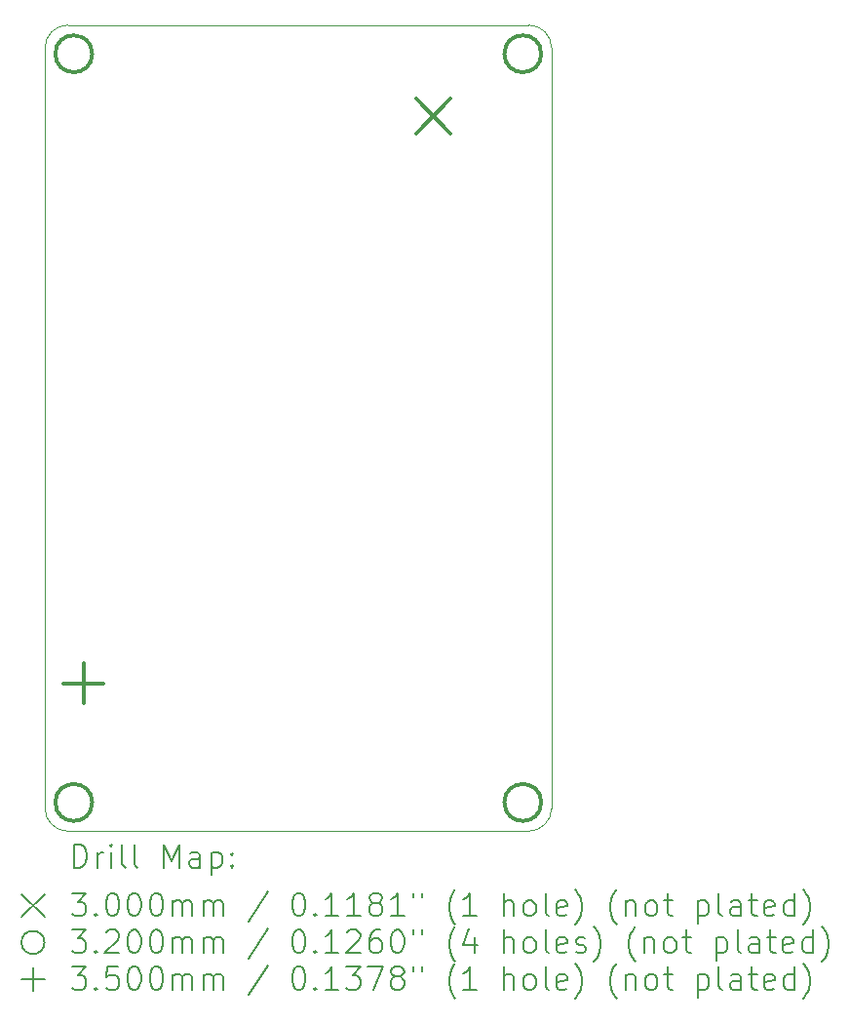
<source format=gbr>
%FSLAX45Y45*%
G04 Gerber Fmt 4.5, Leading zero omitted, Abs format (unit mm)*
G04 Created by KiCad (PCBNEW (6.0.0)) date 2022-05-09 08:38:40*
%MOMM*%
%LPD*%
G01*
G04 APERTURE LIST*
%TA.AperFunction,Profile*%
%ADD10C,0.100000*%
%TD*%
%ADD11C,0.200000*%
%ADD12C,0.300000*%
%ADD13C,0.320000*%
%ADD14C,0.350000*%
G04 APERTURE END LIST*
D10*
X18700000Y-3500000D02*
G75*
G03*
X18500000Y-3300000I-200000J0D01*
G01*
X14300000Y-10100000D02*
X14300000Y-3500000D01*
X14500000Y-3300000D02*
X18500000Y-3300000D01*
X18500000Y-10300000D02*
X14500000Y-10300000D01*
X14500000Y-3300000D02*
G75*
G03*
X14300000Y-3500000I0J-200000D01*
G01*
X18700000Y-3500000D02*
X18700000Y-10100000D01*
X18500000Y-10300000D02*
G75*
G03*
X18700000Y-10100000I0J200000D01*
G01*
X14300000Y-10100000D02*
G75*
G03*
X14500000Y-10300000I200000J0D01*
G01*
D11*
D12*
X17523600Y-3942500D02*
X17823600Y-4242500D01*
X17823600Y-3942500D02*
X17523600Y-4242500D01*
D13*
X14710000Y-3550000D02*
G75*
G03*
X14710000Y-3550000I-160000J0D01*
G01*
X14710000Y-10050000D02*
G75*
G03*
X14710000Y-10050000I-160000J0D01*
G01*
X18610000Y-3550000D02*
G75*
G03*
X18610000Y-3550000I-160000J0D01*
G01*
X18610000Y-10050000D02*
G75*
G03*
X18610000Y-10050000I-160000J0D01*
G01*
D14*
X14634000Y-8842000D02*
X14634000Y-9192000D01*
X14459000Y-9017000D02*
X14809000Y-9017000D01*
D11*
X14552619Y-10615476D02*
X14552619Y-10415476D01*
X14600238Y-10415476D01*
X14628809Y-10425000D01*
X14647857Y-10444048D01*
X14657381Y-10463095D01*
X14666905Y-10501190D01*
X14666905Y-10529762D01*
X14657381Y-10567857D01*
X14647857Y-10586905D01*
X14628809Y-10605952D01*
X14600238Y-10615476D01*
X14552619Y-10615476D01*
X14752619Y-10615476D02*
X14752619Y-10482143D01*
X14752619Y-10520238D02*
X14762143Y-10501190D01*
X14771667Y-10491667D01*
X14790714Y-10482143D01*
X14809762Y-10482143D01*
X14876428Y-10615476D02*
X14876428Y-10482143D01*
X14876428Y-10415476D02*
X14866905Y-10425000D01*
X14876428Y-10434524D01*
X14885952Y-10425000D01*
X14876428Y-10415476D01*
X14876428Y-10434524D01*
X15000238Y-10615476D02*
X14981190Y-10605952D01*
X14971667Y-10586905D01*
X14971667Y-10415476D01*
X15105000Y-10615476D02*
X15085952Y-10605952D01*
X15076428Y-10586905D01*
X15076428Y-10415476D01*
X15333571Y-10615476D02*
X15333571Y-10415476D01*
X15400238Y-10558333D01*
X15466905Y-10415476D01*
X15466905Y-10615476D01*
X15647857Y-10615476D02*
X15647857Y-10510714D01*
X15638333Y-10491667D01*
X15619286Y-10482143D01*
X15581190Y-10482143D01*
X15562143Y-10491667D01*
X15647857Y-10605952D02*
X15628809Y-10615476D01*
X15581190Y-10615476D01*
X15562143Y-10605952D01*
X15552619Y-10586905D01*
X15552619Y-10567857D01*
X15562143Y-10548810D01*
X15581190Y-10539286D01*
X15628809Y-10539286D01*
X15647857Y-10529762D01*
X15743095Y-10482143D02*
X15743095Y-10682143D01*
X15743095Y-10491667D02*
X15762143Y-10482143D01*
X15800238Y-10482143D01*
X15819286Y-10491667D01*
X15828809Y-10501190D01*
X15838333Y-10520238D01*
X15838333Y-10577381D01*
X15828809Y-10596429D01*
X15819286Y-10605952D01*
X15800238Y-10615476D01*
X15762143Y-10615476D01*
X15743095Y-10605952D01*
X15924048Y-10596429D02*
X15933571Y-10605952D01*
X15924048Y-10615476D01*
X15914524Y-10605952D01*
X15924048Y-10596429D01*
X15924048Y-10615476D01*
X15924048Y-10491667D02*
X15933571Y-10501190D01*
X15924048Y-10510714D01*
X15914524Y-10501190D01*
X15924048Y-10491667D01*
X15924048Y-10510714D01*
X14095000Y-10845000D02*
X14295000Y-11045000D01*
X14295000Y-10845000D02*
X14095000Y-11045000D01*
X14533571Y-10835476D02*
X14657381Y-10835476D01*
X14590714Y-10911667D01*
X14619286Y-10911667D01*
X14638333Y-10921190D01*
X14647857Y-10930714D01*
X14657381Y-10949762D01*
X14657381Y-10997381D01*
X14647857Y-11016429D01*
X14638333Y-11025952D01*
X14619286Y-11035476D01*
X14562143Y-11035476D01*
X14543095Y-11025952D01*
X14533571Y-11016429D01*
X14743095Y-11016429D02*
X14752619Y-11025952D01*
X14743095Y-11035476D01*
X14733571Y-11025952D01*
X14743095Y-11016429D01*
X14743095Y-11035476D01*
X14876428Y-10835476D02*
X14895476Y-10835476D01*
X14914524Y-10845000D01*
X14924048Y-10854524D01*
X14933571Y-10873571D01*
X14943095Y-10911667D01*
X14943095Y-10959286D01*
X14933571Y-10997381D01*
X14924048Y-11016429D01*
X14914524Y-11025952D01*
X14895476Y-11035476D01*
X14876428Y-11035476D01*
X14857381Y-11025952D01*
X14847857Y-11016429D01*
X14838333Y-10997381D01*
X14828809Y-10959286D01*
X14828809Y-10911667D01*
X14838333Y-10873571D01*
X14847857Y-10854524D01*
X14857381Y-10845000D01*
X14876428Y-10835476D01*
X15066905Y-10835476D02*
X15085952Y-10835476D01*
X15105000Y-10845000D01*
X15114524Y-10854524D01*
X15124048Y-10873571D01*
X15133571Y-10911667D01*
X15133571Y-10959286D01*
X15124048Y-10997381D01*
X15114524Y-11016429D01*
X15105000Y-11025952D01*
X15085952Y-11035476D01*
X15066905Y-11035476D01*
X15047857Y-11025952D01*
X15038333Y-11016429D01*
X15028809Y-10997381D01*
X15019286Y-10959286D01*
X15019286Y-10911667D01*
X15028809Y-10873571D01*
X15038333Y-10854524D01*
X15047857Y-10845000D01*
X15066905Y-10835476D01*
X15257381Y-10835476D02*
X15276428Y-10835476D01*
X15295476Y-10845000D01*
X15305000Y-10854524D01*
X15314524Y-10873571D01*
X15324048Y-10911667D01*
X15324048Y-10959286D01*
X15314524Y-10997381D01*
X15305000Y-11016429D01*
X15295476Y-11025952D01*
X15276428Y-11035476D01*
X15257381Y-11035476D01*
X15238333Y-11025952D01*
X15228809Y-11016429D01*
X15219286Y-10997381D01*
X15209762Y-10959286D01*
X15209762Y-10911667D01*
X15219286Y-10873571D01*
X15228809Y-10854524D01*
X15238333Y-10845000D01*
X15257381Y-10835476D01*
X15409762Y-11035476D02*
X15409762Y-10902143D01*
X15409762Y-10921190D02*
X15419286Y-10911667D01*
X15438333Y-10902143D01*
X15466905Y-10902143D01*
X15485952Y-10911667D01*
X15495476Y-10930714D01*
X15495476Y-11035476D01*
X15495476Y-10930714D02*
X15505000Y-10911667D01*
X15524048Y-10902143D01*
X15552619Y-10902143D01*
X15571667Y-10911667D01*
X15581190Y-10930714D01*
X15581190Y-11035476D01*
X15676428Y-11035476D02*
X15676428Y-10902143D01*
X15676428Y-10921190D02*
X15685952Y-10911667D01*
X15705000Y-10902143D01*
X15733571Y-10902143D01*
X15752619Y-10911667D01*
X15762143Y-10930714D01*
X15762143Y-11035476D01*
X15762143Y-10930714D02*
X15771667Y-10911667D01*
X15790714Y-10902143D01*
X15819286Y-10902143D01*
X15838333Y-10911667D01*
X15847857Y-10930714D01*
X15847857Y-11035476D01*
X16238333Y-10825952D02*
X16066905Y-11083095D01*
X16495476Y-10835476D02*
X16514524Y-10835476D01*
X16533571Y-10845000D01*
X16543095Y-10854524D01*
X16552619Y-10873571D01*
X16562143Y-10911667D01*
X16562143Y-10959286D01*
X16552619Y-10997381D01*
X16543095Y-11016429D01*
X16533571Y-11025952D01*
X16514524Y-11035476D01*
X16495476Y-11035476D01*
X16476428Y-11025952D01*
X16466905Y-11016429D01*
X16457381Y-10997381D01*
X16447857Y-10959286D01*
X16447857Y-10911667D01*
X16457381Y-10873571D01*
X16466905Y-10854524D01*
X16476428Y-10845000D01*
X16495476Y-10835476D01*
X16647857Y-11016429D02*
X16657381Y-11025952D01*
X16647857Y-11035476D01*
X16638333Y-11025952D01*
X16647857Y-11016429D01*
X16647857Y-11035476D01*
X16847857Y-11035476D02*
X16733571Y-11035476D01*
X16790714Y-11035476D02*
X16790714Y-10835476D01*
X16771667Y-10864048D01*
X16752619Y-10883095D01*
X16733571Y-10892619D01*
X17038333Y-11035476D02*
X16924048Y-11035476D01*
X16981190Y-11035476D02*
X16981190Y-10835476D01*
X16962143Y-10864048D01*
X16943095Y-10883095D01*
X16924048Y-10892619D01*
X17152619Y-10921190D02*
X17133571Y-10911667D01*
X17124048Y-10902143D01*
X17114524Y-10883095D01*
X17114524Y-10873571D01*
X17124048Y-10854524D01*
X17133571Y-10845000D01*
X17152619Y-10835476D01*
X17190714Y-10835476D01*
X17209762Y-10845000D01*
X17219286Y-10854524D01*
X17228810Y-10873571D01*
X17228810Y-10883095D01*
X17219286Y-10902143D01*
X17209762Y-10911667D01*
X17190714Y-10921190D01*
X17152619Y-10921190D01*
X17133571Y-10930714D01*
X17124048Y-10940238D01*
X17114524Y-10959286D01*
X17114524Y-10997381D01*
X17124048Y-11016429D01*
X17133571Y-11025952D01*
X17152619Y-11035476D01*
X17190714Y-11035476D01*
X17209762Y-11025952D01*
X17219286Y-11016429D01*
X17228810Y-10997381D01*
X17228810Y-10959286D01*
X17219286Y-10940238D01*
X17209762Y-10930714D01*
X17190714Y-10921190D01*
X17419286Y-11035476D02*
X17305000Y-11035476D01*
X17362143Y-11035476D02*
X17362143Y-10835476D01*
X17343095Y-10864048D01*
X17324048Y-10883095D01*
X17305000Y-10892619D01*
X17495476Y-10835476D02*
X17495476Y-10873571D01*
X17571667Y-10835476D02*
X17571667Y-10873571D01*
X17866905Y-11111667D02*
X17857381Y-11102143D01*
X17838333Y-11073571D01*
X17828810Y-11054524D01*
X17819286Y-11025952D01*
X17809762Y-10978333D01*
X17809762Y-10940238D01*
X17819286Y-10892619D01*
X17828810Y-10864048D01*
X17838333Y-10845000D01*
X17857381Y-10816429D01*
X17866905Y-10806905D01*
X18047857Y-11035476D02*
X17933571Y-11035476D01*
X17990714Y-11035476D02*
X17990714Y-10835476D01*
X17971667Y-10864048D01*
X17952619Y-10883095D01*
X17933571Y-10892619D01*
X18285952Y-11035476D02*
X18285952Y-10835476D01*
X18371667Y-11035476D02*
X18371667Y-10930714D01*
X18362143Y-10911667D01*
X18343095Y-10902143D01*
X18314524Y-10902143D01*
X18295476Y-10911667D01*
X18285952Y-10921190D01*
X18495476Y-11035476D02*
X18476429Y-11025952D01*
X18466905Y-11016429D01*
X18457381Y-10997381D01*
X18457381Y-10940238D01*
X18466905Y-10921190D01*
X18476429Y-10911667D01*
X18495476Y-10902143D01*
X18524048Y-10902143D01*
X18543095Y-10911667D01*
X18552619Y-10921190D01*
X18562143Y-10940238D01*
X18562143Y-10997381D01*
X18552619Y-11016429D01*
X18543095Y-11025952D01*
X18524048Y-11035476D01*
X18495476Y-11035476D01*
X18676429Y-11035476D02*
X18657381Y-11025952D01*
X18647857Y-11006905D01*
X18647857Y-10835476D01*
X18828810Y-11025952D02*
X18809762Y-11035476D01*
X18771667Y-11035476D01*
X18752619Y-11025952D01*
X18743095Y-11006905D01*
X18743095Y-10930714D01*
X18752619Y-10911667D01*
X18771667Y-10902143D01*
X18809762Y-10902143D01*
X18828810Y-10911667D01*
X18838333Y-10930714D01*
X18838333Y-10949762D01*
X18743095Y-10968810D01*
X18905000Y-11111667D02*
X18914524Y-11102143D01*
X18933571Y-11073571D01*
X18943095Y-11054524D01*
X18952619Y-11025952D01*
X18962143Y-10978333D01*
X18962143Y-10940238D01*
X18952619Y-10892619D01*
X18943095Y-10864048D01*
X18933571Y-10845000D01*
X18914524Y-10816429D01*
X18905000Y-10806905D01*
X19266905Y-11111667D02*
X19257381Y-11102143D01*
X19238333Y-11073571D01*
X19228810Y-11054524D01*
X19219286Y-11025952D01*
X19209762Y-10978333D01*
X19209762Y-10940238D01*
X19219286Y-10892619D01*
X19228810Y-10864048D01*
X19238333Y-10845000D01*
X19257381Y-10816429D01*
X19266905Y-10806905D01*
X19343095Y-10902143D02*
X19343095Y-11035476D01*
X19343095Y-10921190D02*
X19352619Y-10911667D01*
X19371667Y-10902143D01*
X19400238Y-10902143D01*
X19419286Y-10911667D01*
X19428810Y-10930714D01*
X19428810Y-11035476D01*
X19552619Y-11035476D02*
X19533571Y-11025952D01*
X19524048Y-11016429D01*
X19514524Y-10997381D01*
X19514524Y-10940238D01*
X19524048Y-10921190D01*
X19533571Y-10911667D01*
X19552619Y-10902143D01*
X19581190Y-10902143D01*
X19600238Y-10911667D01*
X19609762Y-10921190D01*
X19619286Y-10940238D01*
X19619286Y-10997381D01*
X19609762Y-11016429D01*
X19600238Y-11025952D01*
X19581190Y-11035476D01*
X19552619Y-11035476D01*
X19676429Y-10902143D02*
X19752619Y-10902143D01*
X19705000Y-10835476D02*
X19705000Y-11006905D01*
X19714524Y-11025952D01*
X19733571Y-11035476D01*
X19752619Y-11035476D01*
X19971667Y-10902143D02*
X19971667Y-11102143D01*
X19971667Y-10911667D02*
X19990714Y-10902143D01*
X20028810Y-10902143D01*
X20047857Y-10911667D01*
X20057381Y-10921190D01*
X20066905Y-10940238D01*
X20066905Y-10997381D01*
X20057381Y-11016429D01*
X20047857Y-11025952D01*
X20028810Y-11035476D01*
X19990714Y-11035476D01*
X19971667Y-11025952D01*
X20181190Y-11035476D02*
X20162143Y-11025952D01*
X20152619Y-11006905D01*
X20152619Y-10835476D01*
X20343095Y-11035476D02*
X20343095Y-10930714D01*
X20333571Y-10911667D01*
X20314524Y-10902143D01*
X20276429Y-10902143D01*
X20257381Y-10911667D01*
X20343095Y-11025952D02*
X20324048Y-11035476D01*
X20276429Y-11035476D01*
X20257381Y-11025952D01*
X20247857Y-11006905D01*
X20247857Y-10987857D01*
X20257381Y-10968810D01*
X20276429Y-10959286D01*
X20324048Y-10959286D01*
X20343095Y-10949762D01*
X20409762Y-10902143D02*
X20485952Y-10902143D01*
X20438333Y-10835476D02*
X20438333Y-11006905D01*
X20447857Y-11025952D01*
X20466905Y-11035476D01*
X20485952Y-11035476D01*
X20628810Y-11025952D02*
X20609762Y-11035476D01*
X20571667Y-11035476D01*
X20552619Y-11025952D01*
X20543095Y-11006905D01*
X20543095Y-10930714D01*
X20552619Y-10911667D01*
X20571667Y-10902143D01*
X20609762Y-10902143D01*
X20628810Y-10911667D01*
X20638333Y-10930714D01*
X20638333Y-10949762D01*
X20543095Y-10968810D01*
X20809762Y-11035476D02*
X20809762Y-10835476D01*
X20809762Y-11025952D02*
X20790714Y-11035476D01*
X20752619Y-11035476D01*
X20733571Y-11025952D01*
X20724048Y-11016429D01*
X20714524Y-10997381D01*
X20714524Y-10940238D01*
X20724048Y-10921190D01*
X20733571Y-10911667D01*
X20752619Y-10902143D01*
X20790714Y-10902143D01*
X20809762Y-10911667D01*
X20885952Y-11111667D02*
X20895476Y-11102143D01*
X20914524Y-11073571D01*
X20924048Y-11054524D01*
X20933571Y-11025952D01*
X20943095Y-10978333D01*
X20943095Y-10940238D01*
X20933571Y-10892619D01*
X20924048Y-10864048D01*
X20914524Y-10845000D01*
X20895476Y-10816429D01*
X20885952Y-10806905D01*
X14295000Y-11265000D02*
G75*
G03*
X14295000Y-11265000I-100000J0D01*
G01*
X14533571Y-11155476D02*
X14657381Y-11155476D01*
X14590714Y-11231667D01*
X14619286Y-11231667D01*
X14638333Y-11241190D01*
X14647857Y-11250714D01*
X14657381Y-11269762D01*
X14657381Y-11317381D01*
X14647857Y-11336428D01*
X14638333Y-11345952D01*
X14619286Y-11355476D01*
X14562143Y-11355476D01*
X14543095Y-11345952D01*
X14533571Y-11336428D01*
X14743095Y-11336428D02*
X14752619Y-11345952D01*
X14743095Y-11355476D01*
X14733571Y-11345952D01*
X14743095Y-11336428D01*
X14743095Y-11355476D01*
X14828809Y-11174524D02*
X14838333Y-11165000D01*
X14857381Y-11155476D01*
X14905000Y-11155476D01*
X14924048Y-11165000D01*
X14933571Y-11174524D01*
X14943095Y-11193571D01*
X14943095Y-11212619D01*
X14933571Y-11241190D01*
X14819286Y-11355476D01*
X14943095Y-11355476D01*
X15066905Y-11155476D02*
X15085952Y-11155476D01*
X15105000Y-11165000D01*
X15114524Y-11174524D01*
X15124048Y-11193571D01*
X15133571Y-11231667D01*
X15133571Y-11279286D01*
X15124048Y-11317381D01*
X15114524Y-11336428D01*
X15105000Y-11345952D01*
X15085952Y-11355476D01*
X15066905Y-11355476D01*
X15047857Y-11345952D01*
X15038333Y-11336428D01*
X15028809Y-11317381D01*
X15019286Y-11279286D01*
X15019286Y-11231667D01*
X15028809Y-11193571D01*
X15038333Y-11174524D01*
X15047857Y-11165000D01*
X15066905Y-11155476D01*
X15257381Y-11155476D02*
X15276428Y-11155476D01*
X15295476Y-11165000D01*
X15305000Y-11174524D01*
X15314524Y-11193571D01*
X15324048Y-11231667D01*
X15324048Y-11279286D01*
X15314524Y-11317381D01*
X15305000Y-11336428D01*
X15295476Y-11345952D01*
X15276428Y-11355476D01*
X15257381Y-11355476D01*
X15238333Y-11345952D01*
X15228809Y-11336428D01*
X15219286Y-11317381D01*
X15209762Y-11279286D01*
X15209762Y-11231667D01*
X15219286Y-11193571D01*
X15228809Y-11174524D01*
X15238333Y-11165000D01*
X15257381Y-11155476D01*
X15409762Y-11355476D02*
X15409762Y-11222143D01*
X15409762Y-11241190D02*
X15419286Y-11231667D01*
X15438333Y-11222143D01*
X15466905Y-11222143D01*
X15485952Y-11231667D01*
X15495476Y-11250714D01*
X15495476Y-11355476D01*
X15495476Y-11250714D02*
X15505000Y-11231667D01*
X15524048Y-11222143D01*
X15552619Y-11222143D01*
X15571667Y-11231667D01*
X15581190Y-11250714D01*
X15581190Y-11355476D01*
X15676428Y-11355476D02*
X15676428Y-11222143D01*
X15676428Y-11241190D02*
X15685952Y-11231667D01*
X15705000Y-11222143D01*
X15733571Y-11222143D01*
X15752619Y-11231667D01*
X15762143Y-11250714D01*
X15762143Y-11355476D01*
X15762143Y-11250714D02*
X15771667Y-11231667D01*
X15790714Y-11222143D01*
X15819286Y-11222143D01*
X15838333Y-11231667D01*
X15847857Y-11250714D01*
X15847857Y-11355476D01*
X16238333Y-11145952D02*
X16066905Y-11403095D01*
X16495476Y-11155476D02*
X16514524Y-11155476D01*
X16533571Y-11165000D01*
X16543095Y-11174524D01*
X16552619Y-11193571D01*
X16562143Y-11231667D01*
X16562143Y-11279286D01*
X16552619Y-11317381D01*
X16543095Y-11336428D01*
X16533571Y-11345952D01*
X16514524Y-11355476D01*
X16495476Y-11355476D01*
X16476428Y-11345952D01*
X16466905Y-11336428D01*
X16457381Y-11317381D01*
X16447857Y-11279286D01*
X16447857Y-11231667D01*
X16457381Y-11193571D01*
X16466905Y-11174524D01*
X16476428Y-11165000D01*
X16495476Y-11155476D01*
X16647857Y-11336428D02*
X16657381Y-11345952D01*
X16647857Y-11355476D01*
X16638333Y-11345952D01*
X16647857Y-11336428D01*
X16647857Y-11355476D01*
X16847857Y-11355476D02*
X16733571Y-11355476D01*
X16790714Y-11355476D02*
X16790714Y-11155476D01*
X16771667Y-11184048D01*
X16752619Y-11203095D01*
X16733571Y-11212619D01*
X16924048Y-11174524D02*
X16933571Y-11165000D01*
X16952619Y-11155476D01*
X17000238Y-11155476D01*
X17019286Y-11165000D01*
X17028810Y-11174524D01*
X17038333Y-11193571D01*
X17038333Y-11212619D01*
X17028810Y-11241190D01*
X16914524Y-11355476D01*
X17038333Y-11355476D01*
X17209762Y-11155476D02*
X17171667Y-11155476D01*
X17152619Y-11165000D01*
X17143095Y-11174524D01*
X17124048Y-11203095D01*
X17114524Y-11241190D01*
X17114524Y-11317381D01*
X17124048Y-11336428D01*
X17133571Y-11345952D01*
X17152619Y-11355476D01*
X17190714Y-11355476D01*
X17209762Y-11345952D01*
X17219286Y-11336428D01*
X17228810Y-11317381D01*
X17228810Y-11269762D01*
X17219286Y-11250714D01*
X17209762Y-11241190D01*
X17190714Y-11231667D01*
X17152619Y-11231667D01*
X17133571Y-11241190D01*
X17124048Y-11250714D01*
X17114524Y-11269762D01*
X17352619Y-11155476D02*
X17371667Y-11155476D01*
X17390714Y-11165000D01*
X17400238Y-11174524D01*
X17409762Y-11193571D01*
X17419286Y-11231667D01*
X17419286Y-11279286D01*
X17409762Y-11317381D01*
X17400238Y-11336428D01*
X17390714Y-11345952D01*
X17371667Y-11355476D01*
X17352619Y-11355476D01*
X17333571Y-11345952D01*
X17324048Y-11336428D01*
X17314524Y-11317381D01*
X17305000Y-11279286D01*
X17305000Y-11231667D01*
X17314524Y-11193571D01*
X17324048Y-11174524D01*
X17333571Y-11165000D01*
X17352619Y-11155476D01*
X17495476Y-11155476D02*
X17495476Y-11193571D01*
X17571667Y-11155476D02*
X17571667Y-11193571D01*
X17866905Y-11431667D02*
X17857381Y-11422143D01*
X17838333Y-11393571D01*
X17828810Y-11374524D01*
X17819286Y-11345952D01*
X17809762Y-11298333D01*
X17809762Y-11260238D01*
X17819286Y-11212619D01*
X17828810Y-11184048D01*
X17838333Y-11165000D01*
X17857381Y-11136429D01*
X17866905Y-11126905D01*
X18028810Y-11222143D02*
X18028810Y-11355476D01*
X17981190Y-11145952D02*
X17933571Y-11288809D01*
X18057381Y-11288809D01*
X18285952Y-11355476D02*
X18285952Y-11155476D01*
X18371667Y-11355476D02*
X18371667Y-11250714D01*
X18362143Y-11231667D01*
X18343095Y-11222143D01*
X18314524Y-11222143D01*
X18295476Y-11231667D01*
X18285952Y-11241190D01*
X18495476Y-11355476D02*
X18476429Y-11345952D01*
X18466905Y-11336428D01*
X18457381Y-11317381D01*
X18457381Y-11260238D01*
X18466905Y-11241190D01*
X18476429Y-11231667D01*
X18495476Y-11222143D01*
X18524048Y-11222143D01*
X18543095Y-11231667D01*
X18552619Y-11241190D01*
X18562143Y-11260238D01*
X18562143Y-11317381D01*
X18552619Y-11336428D01*
X18543095Y-11345952D01*
X18524048Y-11355476D01*
X18495476Y-11355476D01*
X18676429Y-11355476D02*
X18657381Y-11345952D01*
X18647857Y-11326905D01*
X18647857Y-11155476D01*
X18828810Y-11345952D02*
X18809762Y-11355476D01*
X18771667Y-11355476D01*
X18752619Y-11345952D01*
X18743095Y-11326905D01*
X18743095Y-11250714D01*
X18752619Y-11231667D01*
X18771667Y-11222143D01*
X18809762Y-11222143D01*
X18828810Y-11231667D01*
X18838333Y-11250714D01*
X18838333Y-11269762D01*
X18743095Y-11288809D01*
X18914524Y-11345952D02*
X18933571Y-11355476D01*
X18971667Y-11355476D01*
X18990714Y-11345952D01*
X19000238Y-11326905D01*
X19000238Y-11317381D01*
X18990714Y-11298333D01*
X18971667Y-11288809D01*
X18943095Y-11288809D01*
X18924048Y-11279286D01*
X18914524Y-11260238D01*
X18914524Y-11250714D01*
X18924048Y-11231667D01*
X18943095Y-11222143D01*
X18971667Y-11222143D01*
X18990714Y-11231667D01*
X19066905Y-11431667D02*
X19076429Y-11422143D01*
X19095476Y-11393571D01*
X19105000Y-11374524D01*
X19114524Y-11345952D01*
X19124048Y-11298333D01*
X19124048Y-11260238D01*
X19114524Y-11212619D01*
X19105000Y-11184048D01*
X19095476Y-11165000D01*
X19076429Y-11136429D01*
X19066905Y-11126905D01*
X19428810Y-11431667D02*
X19419286Y-11422143D01*
X19400238Y-11393571D01*
X19390714Y-11374524D01*
X19381190Y-11345952D01*
X19371667Y-11298333D01*
X19371667Y-11260238D01*
X19381190Y-11212619D01*
X19390714Y-11184048D01*
X19400238Y-11165000D01*
X19419286Y-11136429D01*
X19428810Y-11126905D01*
X19505000Y-11222143D02*
X19505000Y-11355476D01*
X19505000Y-11241190D02*
X19514524Y-11231667D01*
X19533571Y-11222143D01*
X19562143Y-11222143D01*
X19581190Y-11231667D01*
X19590714Y-11250714D01*
X19590714Y-11355476D01*
X19714524Y-11355476D02*
X19695476Y-11345952D01*
X19685952Y-11336428D01*
X19676429Y-11317381D01*
X19676429Y-11260238D01*
X19685952Y-11241190D01*
X19695476Y-11231667D01*
X19714524Y-11222143D01*
X19743095Y-11222143D01*
X19762143Y-11231667D01*
X19771667Y-11241190D01*
X19781190Y-11260238D01*
X19781190Y-11317381D01*
X19771667Y-11336428D01*
X19762143Y-11345952D01*
X19743095Y-11355476D01*
X19714524Y-11355476D01*
X19838333Y-11222143D02*
X19914524Y-11222143D01*
X19866905Y-11155476D02*
X19866905Y-11326905D01*
X19876429Y-11345952D01*
X19895476Y-11355476D01*
X19914524Y-11355476D01*
X20133571Y-11222143D02*
X20133571Y-11422143D01*
X20133571Y-11231667D02*
X20152619Y-11222143D01*
X20190714Y-11222143D01*
X20209762Y-11231667D01*
X20219286Y-11241190D01*
X20228810Y-11260238D01*
X20228810Y-11317381D01*
X20219286Y-11336428D01*
X20209762Y-11345952D01*
X20190714Y-11355476D01*
X20152619Y-11355476D01*
X20133571Y-11345952D01*
X20343095Y-11355476D02*
X20324048Y-11345952D01*
X20314524Y-11326905D01*
X20314524Y-11155476D01*
X20505000Y-11355476D02*
X20505000Y-11250714D01*
X20495476Y-11231667D01*
X20476429Y-11222143D01*
X20438333Y-11222143D01*
X20419286Y-11231667D01*
X20505000Y-11345952D02*
X20485952Y-11355476D01*
X20438333Y-11355476D01*
X20419286Y-11345952D01*
X20409762Y-11326905D01*
X20409762Y-11307857D01*
X20419286Y-11288809D01*
X20438333Y-11279286D01*
X20485952Y-11279286D01*
X20505000Y-11269762D01*
X20571667Y-11222143D02*
X20647857Y-11222143D01*
X20600238Y-11155476D02*
X20600238Y-11326905D01*
X20609762Y-11345952D01*
X20628810Y-11355476D01*
X20647857Y-11355476D01*
X20790714Y-11345952D02*
X20771667Y-11355476D01*
X20733571Y-11355476D01*
X20714524Y-11345952D01*
X20705000Y-11326905D01*
X20705000Y-11250714D01*
X20714524Y-11231667D01*
X20733571Y-11222143D01*
X20771667Y-11222143D01*
X20790714Y-11231667D01*
X20800238Y-11250714D01*
X20800238Y-11269762D01*
X20705000Y-11288809D01*
X20971667Y-11355476D02*
X20971667Y-11155476D01*
X20971667Y-11345952D02*
X20952619Y-11355476D01*
X20914524Y-11355476D01*
X20895476Y-11345952D01*
X20885952Y-11336428D01*
X20876429Y-11317381D01*
X20876429Y-11260238D01*
X20885952Y-11241190D01*
X20895476Y-11231667D01*
X20914524Y-11222143D01*
X20952619Y-11222143D01*
X20971667Y-11231667D01*
X21047857Y-11431667D02*
X21057381Y-11422143D01*
X21076429Y-11393571D01*
X21085952Y-11374524D01*
X21095476Y-11345952D01*
X21105000Y-11298333D01*
X21105000Y-11260238D01*
X21095476Y-11212619D01*
X21085952Y-11184048D01*
X21076429Y-11165000D01*
X21057381Y-11136429D01*
X21047857Y-11126905D01*
X14195000Y-11485000D02*
X14195000Y-11685000D01*
X14095000Y-11585000D02*
X14295000Y-11585000D01*
X14533571Y-11475476D02*
X14657381Y-11475476D01*
X14590714Y-11551667D01*
X14619286Y-11551667D01*
X14638333Y-11561190D01*
X14647857Y-11570714D01*
X14657381Y-11589762D01*
X14657381Y-11637381D01*
X14647857Y-11656428D01*
X14638333Y-11665952D01*
X14619286Y-11675476D01*
X14562143Y-11675476D01*
X14543095Y-11665952D01*
X14533571Y-11656428D01*
X14743095Y-11656428D02*
X14752619Y-11665952D01*
X14743095Y-11675476D01*
X14733571Y-11665952D01*
X14743095Y-11656428D01*
X14743095Y-11675476D01*
X14933571Y-11475476D02*
X14838333Y-11475476D01*
X14828809Y-11570714D01*
X14838333Y-11561190D01*
X14857381Y-11551667D01*
X14905000Y-11551667D01*
X14924048Y-11561190D01*
X14933571Y-11570714D01*
X14943095Y-11589762D01*
X14943095Y-11637381D01*
X14933571Y-11656428D01*
X14924048Y-11665952D01*
X14905000Y-11675476D01*
X14857381Y-11675476D01*
X14838333Y-11665952D01*
X14828809Y-11656428D01*
X15066905Y-11475476D02*
X15085952Y-11475476D01*
X15105000Y-11485000D01*
X15114524Y-11494524D01*
X15124048Y-11513571D01*
X15133571Y-11551667D01*
X15133571Y-11599286D01*
X15124048Y-11637381D01*
X15114524Y-11656428D01*
X15105000Y-11665952D01*
X15085952Y-11675476D01*
X15066905Y-11675476D01*
X15047857Y-11665952D01*
X15038333Y-11656428D01*
X15028809Y-11637381D01*
X15019286Y-11599286D01*
X15019286Y-11551667D01*
X15028809Y-11513571D01*
X15038333Y-11494524D01*
X15047857Y-11485000D01*
X15066905Y-11475476D01*
X15257381Y-11475476D02*
X15276428Y-11475476D01*
X15295476Y-11485000D01*
X15305000Y-11494524D01*
X15314524Y-11513571D01*
X15324048Y-11551667D01*
X15324048Y-11599286D01*
X15314524Y-11637381D01*
X15305000Y-11656428D01*
X15295476Y-11665952D01*
X15276428Y-11675476D01*
X15257381Y-11675476D01*
X15238333Y-11665952D01*
X15228809Y-11656428D01*
X15219286Y-11637381D01*
X15209762Y-11599286D01*
X15209762Y-11551667D01*
X15219286Y-11513571D01*
X15228809Y-11494524D01*
X15238333Y-11485000D01*
X15257381Y-11475476D01*
X15409762Y-11675476D02*
X15409762Y-11542143D01*
X15409762Y-11561190D02*
X15419286Y-11551667D01*
X15438333Y-11542143D01*
X15466905Y-11542143D01*
X15485952Y-11551667D01*
X15495476Y-11570714D01*
X15495476Y-11675476D01*
X15495476Y-11570714D02*
X15505000Y-11551667D01*
X15524048Y-11542143D01*
X15552619Y-11542143D01*
X15571667Y-11551667D01*
X15581190Y-11570714D01*
X15581190Y-11675476D01*
X15676428Y-11675476D02*
X15676428Y-11542143D01*
X15676428Y-11561190D02*
X15685952Y-11551667D01*
X15705000Y-11542143D01*
X15733571Y-11542143D01*
X15752619Y-11551667D01*
X15762143Y-11570714D01*
X15762143Y-11675476D01*
X15762143Y-11570714D02*
X15771667Y-11551667D01*
X15790714Y-11542143D01*
X15819286Y-11542143D01*
X15838333Y-11551667D01*
X15847857Y-11570714D01*
X15847857Y-11675476D01*
X16238333Y-11465952D02*
X16066905Y-11723095D01*
X16495476Y-11475476D02*
X16514524Y-11475476D01*
X16533571Y-11485000D01*
X16543095Y-11494524D01*
X16552619Y-11513571D01*
X16562143Y-11551667D01*
X16562143Y-11599286D01*
X16552619Y-11637381D01*
X16543095Y-11656428D01*
X16533571Y-11665952D01*
X16514524Y-11675476D01*
X16495476Y-11675476D01*
X16476428Y-11665952D01*
X16466905Y-11656428D01*
X16457381Y-11637381D01*
X16447857Y-11599286D01*
X16447857Y-11551667D01*
X16457381Y-11513571D01*
X16466905Y-11494524D01*
X16476428Y-11485000D01*
X16495476Y-11475476D01*
X16647857Y-11656428D02*
X16657381Y-11665952D01*
X16647857Y-11675476D01*
X16638333Y-11665952D01*
X16647857Y-11656428D01*
X16647857Y-11675476D01*
X16847857Y-11675476D02*
X16733571Y-11675476D01*
X16790714Y-11675476D02*
X16790714Y-11475476D01*
X16771667Y-11504048D01*
X16752619Y-11523095D01*
X16733571Y-11532619D01*
X16914524Y-11475476D02*
X17038333Y-11475476D01*
X16971667Y-11551667D01*
X17000238Y-11551667D01*
X17019286Y-11561190D01*
X17028810Y-11570714D01*
X17038333Y-11589762D01*
X17038333Y-11637381D01*
X17028810Y-11656428D01*
X17019286Y-11665952D01*
X17000238Y-11675476D01*
X16943095Y-11675476D01*
X16924048Y-11665952D01*
X16914524Y-11656428D01*
X17105000Y-11475476D02*
X17238333Y-11475476D01*
X17152619Y-11675476D01*
X17343095Y-11561190D02*
X17324048Y-11551667D01*
X17314524Y-11542143D01*
X17305000Y-11523095D01*
X17305000Y-11513571D01*
X17314524Y-11494524D01*
X17324048Y-11485000D01*
X17343095Y-11475476D01*
X17381190Y-11475476D01*
X17400238Y-11485000D01*
X17409762Y-11494524D01*
X17419286Y-11513571D01*
X17419286Y-11523095D01*
X17409762Y-11542143D01*
X17400238Y-11551667D01*
X17381190Y-11561190D01*
X17343095Y-11561190D01*
X17324048Y-11570714D01*
X17314524Y-11580238D01*
X17305000Y-11599286D01*
X17305000Y-11637381D01*
X17314524Y-11656428D01*
X17324048Y-11665952D01*
X17343095Y-11675476D01*
X17381190Y-11675476D01*
X17400238Y-11665952D01*
X17409762Y-11656428D01*
X17419286Y-11637381D01*
X17419286Y-11599286D01*
X17409762Y-11580238D01*
X17400238Y-11570714D01*
X17381190Y-11561190D01*
X17495476Y-11475476D02*
X17495476Y-11513571D01*
X17571667Y-11475476D02*
X17571667Y-11513571D01*
X17866905Y-11751667D02*
X17857381Y-11742143D01*
X17838333Y-11713571D01*
X17828810Y-11694524D01*
X17819286Y-11665952D01*
X17809762Y-11618333D01*
X17809762Y-11580238D01*
X17819286Y-11532619D01*
X17828810Y-11504048D01*
X17838333Y-11485000D01*
X17857381Y-11456428D01*
X17866905Y-11446905D01*
X18047857Y-11675476D02*
X17933571Y-11675476D01*
X17990714Y-11675476D02*
X17990714Y-11475476D01*
X17971667Y-11504048D01*
X17952619Y-11523095D01*
X17933571Y-11532619D01*
X18285952Y-11675476D02*
X18285952Y-11475476D01*
X18371667Y-11675476D02*
X18371667Y-11570714D01*
X18362143Y-11551667D01*
X18343095Y-11542143D01*
X18314524Y-11542143D01*
X18295476Y-11551667D01*
X18285952Y-11561190D01*
X18495476Y-11675476D02*
X18476429Y-11665952D01*
X18466905Y-11656428D01*
X18457381Y-11637381D01*
X18457381Y-11580238D01*
X18466905Y-11561190D01*
X18476429Y-11551667D01*
X18495476Y-11542143D01*
X18524048Y-11542143D01*
X18543095Y-11551667D01*
X18552619Y-11561190D01*
X18562143Y-11580238D01*
X18562143Y-11637381D01*
X18552619Y-11656428D01*
X18543095Y-11665952D01*
X18524048Y-11675476D01*
X18495476Y-11675476D01*
X18676429Y-11675476D02*
X18657381Y-11665952D01*
X18647857Y-11646905D01*
X18647857Y-11475476D01*
X18828810Y-11665952D02*
X18809762Y-11675476D01*
X18771667Y-11675476D01*
X18752619Y-11665952D01*
X18743095Y-11646905D01*
X18743095Y-11570714D01*
X18752619Y-11551667D01*
X18771667Y-11542143D01*
X18809762Y-11542143D01*
X18828810Y-11551667D01*
X18838333Y-11570714D01*
X18838333Y-11589762D01*
X18743095Y-11608809D01*
X18905000Y-11751667D02*
X18914524Y-11742143D01*
X18933571Y-11713571D01*
X18943095Y-11694524D01*
X18952619Y-11665952D01*
X18962143Y-11618333D01*
X18962143Y-11580238D01*
X18952619Y-11532619D01*
X18943095Y-11504048D01*
X18933571Y-11485000D01*
X18914524Y-11456428D01*
X18905000Y-11446905D01*
X19266905Y-11751667D02*
X19257381Y-11742143D01*
X19238333Y-11713571D01*
X19228810Y-11694524D01*
X19219286Y-11665952D01*
X19209762Y-11618333D01*
X19209762Y-11580238D01*
X19219286Y-11532619D01*
X19228810Y-11504048D01*
X19238333Y-11485000D01*
X19257381Y-11456428D01*
X19266905Y-11446905D01*
X19343095Y-11542143D02*
X19343095Y-11675476D01*
X19343095Y-11561190D02*
X19352619Y-11551667D01*
X19371667Y-11542143D01*
X19400238Y-11542143D01*
X19419286Y-11551667D01*
X19428810Y-11570714D01*
X19428810Y-11675476D01*
X19552619Y-11675476D02*
X19533571Y-11665952D01*
X19524048Y-11656428D01*
X19514524Y-11637381D01*
X19514524Y-11580238D01*
X19524048Y-11561190D01*
X19533571Y-11551667D01*
X19552619Y-11542143D01*
X19581190Y-11542143D01*
X19600238Y-11551667D01*
X19609762Y-11561190D01*
X19619286Y-11580238D01*
X19619286Y-11637381D01*
X19609762Y-11656428D01*
X19600238Y-11665952D01*
X19581190Y-11675476D01*
X19552619Y-11675476D01*
X19676429Y-11542143D02*
X19752619Y-11542143D01*
X19705000Y-11475476D02*
X19705000Y-11646905D01*
X19714524Y-11665952D01*
X19733571Y-11675476D01*
X19752619Y-11675476D01*
X19971667Y-11542143D02*
X19971667Y-11742143D01*
X19971667Y-11551667D02*
X19990714Y-11542143D01*
X20028810Y-11542143D01*
X20047857Y-11551667D01*
X20057381Y-11561190D01*
X20066905Y-11580238D01*
X20066905Y-11637381D01*
X20057381Y-11656428D01*
X20047857Y-11665952D01*
X20028810Y-11675476D01*
X19990714Y-11675476D01*
X19971667Y-11665952D01*
X20181190Y-11675476D02*
X20162143Y-11665952D01*
X20152619Y-11646905D01*
X20152619Y-11475476D01*
X20343095Y-11675476D02*
X20343095Y-11570714D01*
X20333571Y-11551667D01*
X20314524Y-11542143D01*
X20276429Y-11542143D01*
X20257381Y-11551667D01*
X20343095Y-11665952D02*
X20324048Y-11675476D01*
X20276429Y-11675476D01*
X20257381Y-11665952D01*
X20247857Y-11646905D01*
X20247857Y-11627857D01*
X20257381Y-11608809D01*
X20276429Y-11599286D01*
X20324048Y-11599286D01*
X20343095Y-11589762D01*
X20409762Y-11542143D02*
X20485952Y-11542143D01*
X20438333Y-11475476D02*
X20438333Y-11646905D01*
X20447857Y-11665952D01*
X20466905Y-11675476D01*
X20485952Y-11675476D01*
X20628810Y-11665952D02*
X20609762Y-11675476D01*
X20571667Y-11675476D01*
X20552619Y-11665952D01*
X20543095Y-11646905D01*
X20543095Y-11570714D01*
X20552619Y-11551667D01*
X20571667Y-11542143D01*
X20609762Y-11542143D01*
X20628810Y-11551667D01*
X20638333Y-11570714D01*
X20638333Y-11589762D01*
X20543095Y-11608809D01*
X20809762Y-11675476D02*
X20809762Y-11475476D01*
X20809762Y-11665952D02*
X20790714Y-11675476D01*
X20752619Y-11675476D01*
X20733571Y-11665952D01*
X20724048Y-11656428D01*
X20714524Y-11637381D01*
X20714524Y-11580238D01*
X20724048Y-11561190D01*
X20733571Y-11551667D01*
X20752619Y-11542143D01*
X20790714Y-11542143D01*
X20809762Y-11551667D01*
X20885952Y-11751667D02*
X20895476Y-11742143D01*
X20914524Y-11713571D01*
X20924048Y-11694524D01*
X20933571Y-11665952D01*
X20943095Y-11618333D01*
X20943095Y-11580238D01*
X20933571Y-11532619D01*
X20924048Y-11504048D01*
X20914524Y-11485000D01*
X20895476Y-11456428D01*
X20885952Y-11446905D01*
M02*

</source>
